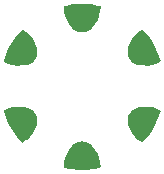
<source format=gbr>
G04 EAGLE Gerber RS-274X export*
G75*
%MOMM*%
%FSLAX34Y34*%
%LPD*%
%INSoldermask Bottom*%
%IPPOS*%
%AMOC8*
5,1,8,0,0,1.08239X$1,22.5*%
G01*
%ADD10C,2.286000*%

G36*
X3062Y-70944D02*
X3062Y-70944D01*
X3099Y-70946D01*
X9133Y-70312D01*
X9160Y-70304D01*
X9198Y-70302D01*
X15132Y-69040D01*
X15154Y-69031D01*
X15178Y-69029D01*
X15257Y-68989D01*
X15340Y-68956D01*
X15357Y-68940D01*
X15378Y-68929D01*
X15411Y-68895D01*
X15413Y-68893D01*
X15422Y-68883D01*
X15439Y-68864D01*
X15505Y-68804D01*
X15516Y-68783D01*
X15532Y-68765D01*
X15548Y-68727D01*
X15555Y-68719D01*
X15568Y-68681D01*
X15607Y-68604D01*
X15610Y-68581D01*
X15619Y-68559D01*
X15622Y-68521D01*
X15627Y-68506D01*
X15626Y-68467D01*
X15630Y-68411D01*
X15633Y-68381D01*
X15632Y-68377D01*
X15632Y-68372D01*
X15345Y-64613D01*
X15334Y-64573D01*
X15329Y-64515D01*
X14457Y-60848D01*
X14440Y-60810D01*
X14426Y-60753D01*
X12991Y-57268D01*
X12969Y-57233D01*
X12946Y-57179D01*
X10983Y-53961D01*
X10956Y-53930D01*
X10925Y-53880D01*
X8483Y-51009D01*
X8445Y-50978D01*
X8389Y-50919D01*
X6603Y-49533D01*
X6578Y-49520D01*
X6574Y-49515D01*
X6563Y-49510D01*
X6535Y-49487D01*
X4583Y-48346D01*
X4550Y-48334D01*
X4509Y-48309D01*
X2426Y-47432D01*
X2391Y-47425D01*
X2347Y-47405D01*
X168Y-46808D01*
X92Y-46802D01*
X19Y-46786D01*
X-24Y-46791D01*
X-56Y-46788D01*
X-100Y-46800D01*
X-168Y-46808D01*
X-2347Y-47405D01*
X-2379Y-47421D01*
X-2426Y-47432D01*
X-4509Y-48309D01*
X-4539Y-48328D01*
X-4583Y-48346D01*
X-6535Y-49487D01*
X-6561Y-49510D01*
X-6603Y-49533D01*
X-8389Y-50919D01*
X-8422Y-50956D01*
X-8483Y-51009D01*
X-10925Y-53880D01*
X-10946Y-53916D01*
X-10983Y-53961D01*
X-12946Y-57179D01*
X-12961Y-57217D01*
X-12991Y-57268D01*
X-14426Y-60753D01*
X-14435Y-60794D01*
X-14457Y-60848D01*
X-15329Y-64515D01*
X-15331Y-64556D01*
X-15345Y-64613D01*
X-15632Y-68372D01*
X-15630Y-68395D01*
X-15634Y-68419D01*
X-15622Y-68490D01*
X-15620Y-68543D01*
X-15613Y-68560D01*
X-15610Y-68595D01*
X-15599Y-68616D01*
X-15595Y-68640D01*
X-15550Y-68716D01*
X-15550Y-68717D01*
X-15536Y-68751D01*
X-15529Y-68758D01*
X-15511Y-68796D01*
X-15493Y-68813D01*
X-15481Y-68833D01*
X-15413Y-68889D01*
X-15391Y-68910D01*
X-15384Y-68917D01*
X-15382Y-68918D01*
X-15348Y-68950D01*
X-15326Y-68960D01*
X-15307Y-68975D01*
X-15170Y-69026D01*
X-15141Y-69038D01*
X-15137Y-69039D01*
X-15132Y-69040D01*
X-9198Y-70302D01*
X-9169Y-70303D01*
X-9133Y-70312D01*
X-3099Y-70946D01*
X-3071Y-70944D01*
X-3033Y-70950D01*
X3033Y-70950D01*
X3062Y-70944D01*
G37*
G36*
X-51160Y17469D02*
X-51160Y17469D01*
X-51120Y17477D01*
X-51061Y17479D01*
X-47354Y18158D01*
X-47307Y18175D01*
X-47228Y18194D01*
X-45135Y19048D01*
X-45105Y19067D01*
X-45061Y19084D01*
X-43097Y20204D01*
X-43070Y20226D01*
X-43028Y20249D01*
X-41227Y21615D01*
X-41203Y21641D01*
X-41165Y21670D01*
X-39558Y23259D01*
X-39514Y23321D01*
X-39464Y23377D01*
X-39451Y23407D01*
X-39446Y23414D01*
X-39443Y23422D01*
X-39429Y23443D01*
X-39417Y23487D01*
X-39390Y23549D01*
X-38817Y25736D01*
X-38814Y25771D01*
X-38801Y25817D01*
X-38519Y28060D01*
X-38521Y28095D01*
X-38514Y28142D01*
X-38526Y30402D01*
X-38533Y30437D01*
X-38532Y30485D01*
X-38839Y32724D01*
X-38855Y32771D01*
X-38870Y32851D01*
X-40136Y36402D01*
X-40157Y36437D01*
X-40177Y36492D01*
X-41982Y39801D01*
X-42008Y39833D01*
X-42037Y39885D01*
X-44337Y42870D01*
X-44368Y42898D01*
X-44404Y42944D01*
X-47144Y45533D01*
X-47178Y45555D01*
X-47221Y45595D01*
X-50332Y47724D01*
X-50354Y47734D01*
X-50372Y47749D01*
X-50455Y47779D01*
X-50470Y47786D01*
X-50486Y47794D01*
X-50489Y47794D01*
X-50537Y47816D01*
X-50561Y47817D01*
X-50583Y47825D01*
X-50672Y47825D01*
X-50761Y47831D01*
X-50783Y47824D01*
X-50807Y47824D01*
X-50891Y47792D01*
X-50976Y47767D01*
X-50995Y47752D01*
X-51017Y47744D01*
X-51093Y47682D01*
X-51116Y47668D01*
X-51129Y47651D01*
X-51131Y47650D01*
X-51155Y47632D01*
X-51157Y47628D01*
X-51162Y47625D01*
X-55221Y43117D01*
X-55236Y43092D01*
X-55263Y43065D01*
X-58828Y38157D01*
X-58841Y38131D01*
X-58864Y38102D01*
X-61898Y32848D01*
X-61907Y32821D01*
X-61928Y32789D01*
X-64395Y27247D01*
X-64402Y27219D01*
X-64419Y27185D01*
X-66293Y21416D01*
X-66297Y21392D01*
X-66306Y21370D01*
X-66312Y21282D01*
X-66324Y21193D01*
X-66319Y21170D01*
X-66320Y21146D01*
X-66295Y21061D01*
X-66275Y20974D01*
X-66262Y20954D01*
X-66255Y20932D01*
X-66202Y20861D01*
X-66153Y20786D01*
X-66134Y20772D01*
X-66120Y20753D01*
X-65997Y20670D01*
X-65973Y20652D01*
X-65969Y20651D01*
X-65965Y20648D01*
X-62566Y19018D01*
X-62526Y19007D01*
X-62473Y18982D01*
X-58861Y17904D01*
X-58820Y17899D01*
X-58764Y17883D01*
X-55028Y17383D01*
X-54987Y17385D01*
X-54928Y17378D01*
X-51160Y17469D01*
G37*
G36*
X54969Y17384D02*
X54969Y17384D01*
X55028Y17383D01*
X58764Y17883D01*
X58803Y17896D01*
X58861Y17904D01*
X62473Y18982D01*
X62510Y19001D01*
X62566Y19018D01*
X65965Y20648D01*
X65984Y20662D01*
X66006Y20670D01*
X66074Y20727D01*
X66146Y20779D01*
X66160Y20799D01*
X66178Y20814D01*
X66222Y20891D01*
X66271Y20965D01*
X66277Y20989D01*
X66289Y21009D01*
X66303Y21097D01*
X66323Y21184D01*
X66321Y21207D01*
X66324Y21231D01*
X66300Y21377D01*
X66296Y21406D01*
X66294Y21410D01*
X66293Y21416D01*
X64419Y27185D01*
X64405Y27211D01*
X64395Y27247D01*
X61928Y32789D01*
X61911Y32813D01*
X61898Y32848D01*
X58864Y38102D01*
X58846Y38124D01*
X58828Y38157D01*
X55263Y43065D01*
X55242Y43085D01*
X55221Y43117D01*
X51162Y47625D01*
X51143Y47639D01*
X51129Y47659D01*
X51099Y47679D01*
X51087Y47691D01*
X51054Y47709D01*
X50984Y47762D01*
X50962Y47769D01*
X50942Y47783D01*
X50855Y47803D01*
X50770Y47830D01*
X50746Y47828D01*
X50723Y47834D01*
X50635Y47823D01*
X50546Y47818D01*
X50524Y47809D01*
X50501Y47806D01*
X50453Y47782D01*
X50450Y47782D01*
X50444Y47778D01*
X50368Y47741D01*
X50340Y47729D01*
X50337Y47726D01*
X50332Y47724D01*
X47221Y45595D01*
X47192Y45566D01*
X47144Y45533D01*
X44404Y42944D01*
X44380Y42911D01*
X44337Y42870D01*
X42037Y39885D01*
X42018Y39848D01*
X41982Y39801D01*
X40177Y36492D01*
X40164Y36453D01*
X40136Y36402D01*
X38870Y32851D01*
X38862Y32802D01*
X38839Y32724D01*
X38532Y30485D01*
X38534Y30450D01*
X38526Y30402D01*
X38514Y28142D01*
X38520Y28107D01*
X38519Y28060D01*
X38801Y25817D01*
X38812Y25783D01*
X38817Y25736D01*
X39390Y23549D01*
X39422Y23481D01*
X39445Y23409D01*
X39463Y23385D01*
X39465Y23382D01*
X39471Y23375D01*
X39485Y23346D01*
X39517Y23314D01*
X39558Y23259D01*
X41165Y21670D01*
X41194Y21650D01*
X41227Y21615D01*
X43028Y20249D01*
X43060Y20233D01*
X43097Y20204D01*
X45061Y19084D01*
X45094Y19072D01*
X45135Y19048D01*
X47228Y18194D01*
X47277Y18184D01*
X47354Y18158D01*
X51061Y17479D01*
X51102Y17479D01*
X51160Y17469D01*
X54928Y17378D01*
X54969Y17384D01*
G37*
G36*
X50783Y-47824D02*
X50783Y-47824D01*
X50807Y-47824D01*
X50891Y-47792D01*
X50976Y-47767D01*
X50995Y-47752D01*
X51017Y-47744D01*
X51131Y-47650D01*
X51155Y-47632D01*
X51157Y-47628D01*
X51162Y-47625D01*
X55221Y-43117D01*
X55236Y-43092D01*
X55263Y-43065D01*
X58828Y-38157D01*
X58841Y-38131D01*
X58864Y-38102D01*
X61898Y-32848D01*
X61907Y-32821D01*
X61928Y-32789D01*
X64395Y-27247D01*
X64402Y-27219D01*
X64419Y-27185D01*
X66293Y-21416D01*
X66297Y-21392D01*
X66306Y-21370D01*
X66312Y-21282D01*
X66324Y-21193D01*
X66319Y-21170D01*
X66320Y-21146D01*
X66295Y-21061D01*
X66275Y-20974D01*
X66262Y-20954D01*
X66255Y-20932D01*
X66202Y-20861D01*
X66153Y-20786D01*
X66134Y-20772D01*
X66120Y-20753D01*
X65997Y-20670D01*
X65973Y-20652D01*
X65969Y-20651D01*
X65965Y-20648D01*
X62566Y-19018D01*
X62526Y-19007D01*
X62473Y-18982D01*
X58861Y-17904D01*
X58820Y-17899D01*
X58764Y-17883D01*
X55028Y-17383D01*
X54987Y-17385D01*
X54928Y-17378D01*
X51160Y-17469D01*
X51120Y-17477D01*
X51061Y-17479D01*
X47354Y-18158D01*
X47307Y-18175D01*
X47228Y-18194D01*
X45135Y-19048D01*
X45105Y-19067D01*
X45061Y-19084D01*
X43097Y-20204D01*
X43070Y-20226D01*
X43028Y-20249D01*
X41227Y-21615D01*
X41203Y-21641D01*
X41165Y-21670D01*
X39558Y-23259D01*
X39514Y-23321D01*
X39464Y-23377D01*
X39447Y-23416D01*
X39429Y-23443D01*
X39417Y-23487D01*
X39390Y-23549D01*
X38817Y-25736D01*
X38814Y-25771D01*
X38801Y-25817D01*
X38519Y-28060D01*
X38521Y-28095D01*
X38514Y-28142D01*
X38526Y-30402D01*
X38533Y-30437D01*
X38532Y-30485D01*
X38839Y-32724D01*
X38843Y-32737D01*
X38844Y-32743D01*
X38853Y-32767D01*
X38855Y-32771D01*
X38870Y-32851D01*
X40136Y-36402D01*
X40157Y-36437D01*
X40177Y-36492D01*
X41982Y-39801D01*
X42008Y-39833D01*
X42037Y-39885D01*
X44337Y-42870D01*
X44368Y-42898D01*
X44404Y-42944D01*
X47144Y-45533D01*
X47178Y-45555D01*
X47221Y-45595D01*
X50332Y-47724D01*
X50354Y-47734D01*
X50372Y-47749D01*
X50455Y-47779D01*
X50537Y-47816D01*
X50561Y-47817D01*
X50583Y-47825D01*
X50672Y-47825D01*
X50761Y-47831D01*
X50783Y-47824D01*
G37*
G36*
X-50635Y-47823D02*
X-50635Y-47823D01*
X-50546Y-47818D01*
X-50524Y-47809D01*
X-50501Y-47806D01*
X-50368Y-47741D01*
X-50340Y-47729D01*
X-50337Y-47726D01*
X-50332Y-47724D01*
X-47221Y-45595D01*
X-47192Y-45566D01*
X-47144Y-45533D01*
X-44404Y-42944D01*
X-44380Y-42911D01*
X-44337Y-42870D01*
X-42037Y-39885D01*
X-42018Y-39848D01*
X-41982Y-39801D01*
X-40177Y-36492D01*
X-40164Y-36453D01*
X-40136Y-36402D01*
X-38870Y-32851D01*
X-38862Y-32802D01*
X-38839Y-32724D01*
X-38532Y-30485D01*
X-38534Y-30450D01*
X-38526Y-30402D01*
X-38514Y-28142D01*
X-38520Y-28107D01*
X-38519Y-28060D01*
X-38801Y-25817D01*
X-38812Y-25783D01*
X-38817Y-25736D01*
X-39390Y-23549D01*
X-39422Y-23481D01*
X-39445Y-23409D01*
X-39471Y-23375D01*
X-39485Y-23346D01*
X-39517Y-23314D01*
X-39558Y-23259D01*
X-41165Y-21670D01*
X-41194Y-21650D01*
X-41227Y-21615D01*
X-43028Y-20249D01*
X-43060Y-20233D01*
X-43097Y-20204D01*
X-45061Y-19084D01*
X-45094Y-19072D01*
X-45135Y-19048D01*
X-47228Y-18194D01*
X-47277Y-18184D01*
X-47354Y-18158D01*
X-51061Y-17479D01*
X-51102Y-17479D01*
X-51160Y-17469D01*
X-54928Y-17378D01*
X-54969Y-17384D01*
X-55028Y-17383D01*
X-58764Y-17883D01*
X-58803Y-17896D01*
X-58861Y-17904D01*
X-62473Y-18982D01*
X-62510Y-19001D01*
X-62566Y-19018D01*
X-65965Y-20648D01*
X-65984Y-20662D01*
X-66006Y-20670D01*
X-66074Y-20727D01*
X-66146Y-20779D01*
X-66160Y-20799D01*
X-66178Y-20814D01*
X-66222Y-20891D01*
X-66271Y-20965D01*
X-66277Y-20989D01*
X-66289Y-21009D01*
X-66303Y-21097D01*
X-66323Y-21184D01*
X-66321Y-21207D01*
X-66324Y-21231D01*
X-66300Y-21377D01*
X-66296Y-21406D01*
X-66294Y-21410D01*
X-66293Y-21416D01*
X-64419Y-27185D01*
X-64405Y-27211D01*
X-64395Y-27247D01*
X-61928Y-32789D01*
X-61911Y-32813D01*
X-61898Y-32848D01*
X-58864Y-38102D01*
X-58846Y-38124D01*
X-58828Y-38157D01*
X-55263Y-43065D01*
X-55242Y-43085D01*
X-55221Y-43117D01*
X-51162Y-47625D01*
X-51143Y-47639D01*
X-51129Y-47659D01*
X-51055Y-47708D01*
X-50984Y-47762D01*
X-50962Y-47769D01*
X-50942Y-47783D01*
X-50855Y-47803D01*
X-50770Y-47830D01*
X-50746Y-47828D01*
X-50723Y-47834D01*
X-50635Y-47823D01*
G37*
G36*
X24Y45521D02*
X24Y45521D01*
X56Y45518D01*
X100Y45530D01*
X168Y45538D01*
X2347Y46135D01*
X2379Y46151D01*
X2426Y46162D01*
X4509Y47039D01*
X4539Y47058D01*
X4583Y47076D01*
X6535Y48217D01*
X6561Y48240D01*
X6603Y48263D01*
X8389Y49649D01*
X8422Y49686D01*
X8483Y49739D01*
X10925Y52610D01*
X10946Y52646D01*
X10983Y52691D01*
X12946Y55909D01*
X12961Y55947D01*
X12991Y55998D01*
X14426Y59483D01*
X14435Y59524D01*
X14457Y59578D01*
X15329Y63245D01*
X15331Y63286D01*
X15345Y63343D01*
X15632Y67102D01*
X15630Y67125D01*
X15634Y67149D01*
X15619Y67236D01*
X15610Y67325D01*
X15599Y67346D01*
X15595Y67370D01*
X15550Y67446D01*
X15511Y67526D01*
X15493Y67543D01*
X15481Y67563D01*
X15413Y67619D01*
X15348Y67680D01*
X15326Y67690D01*
X15307Y67705D01*
X15170Y67756D01*
X15141Y67768D01*
X15137Y67769D01*
X15132Y67770D01*
X9198Y69032D01*
X9169Y69033D01*
X9133Y69042D01*
X3099Y69676D01*
X3071Y69674D01*
X3033Y69680D01*
X-3033Y69680D01*
X-3062Y69674D01*
X-3099Y69676D01*
X-9133Y69042D01*
X-9160Y69034D01*
X-9198Y69032D01*
X-15132Y67770D01*
X-15154Y67761D01*
X-15178Y67759D01*
X-15257Y67719D01*
X-15340Y67686D01*
X-15357Y67670D01*
X-15378Y67659D01*
X-15439Y67594D01*
X-15505Y67534D01*
X-15516Y67513D01*
X-15532Y67495D01*
X-15566Y67413D01*
X-15607Y67334D01*
X-15610Y67311D01*
X-15619Y67289D01*
X-15630Y67141D01*
X-15633Y67111D01*
X-15632Y67107D01*
X-15632Y67102D01*
X-15345Y63343D01*
X-15334Y63303D01*
X-15329Y63245D01*
X-14457Y59578D01*
X-14440Y59540D01*
X-14426Y59483D01*
X-12991Y55998D01*
X-12969Y55963D01*
X-12946Y55909D01*
X-10983Y52691D01*
X-10956Y52660D01*
X-10925Y52610D01*
X-8483Y49739D01*
X-8445Y49708D01*
X-8389Y49649D01*
X-6603Y48263D01*
X-6572Y48247D01*
X-6535Y48217D01*
X-4583Y47076D01*
X-4550Y47064D01*
X-4509Y47039D01*
X-2426Y46162D01*
X-2391Y46155D01*
X-2347Y46135D01*
X-168Y45538D01*
X-92Y45532D01*
X-19Y45516D01*
X24Y45521D01*
G37*
D10*
X49530Y-29210D03*
X-49530Y-29210D03*
X-49530Y29210D03*
X49530Y29210D03*
X0Y-58420D03*
X0Y57150D03*
M02*

</source>
